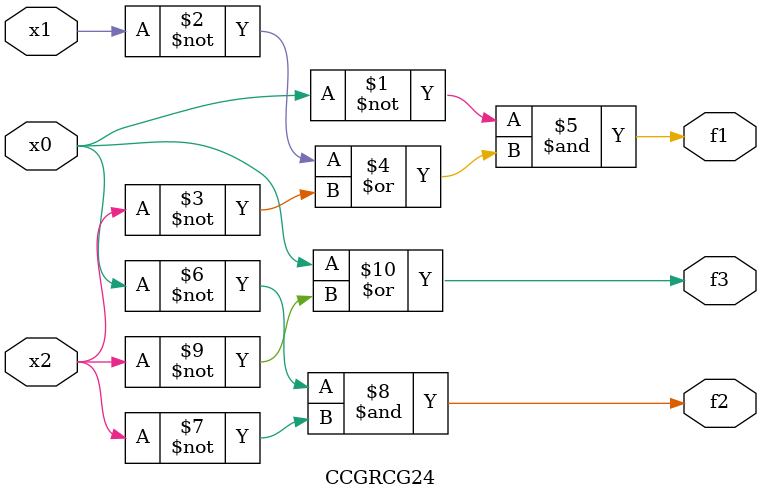
<source format=v>

module CCGRCG24 ( 
    x0, x1, x2,
    f1, f2, f3  );
  input  x0, x1, x2;
  output f1, f2, f3;
  assign f1 = ~x0 & (~x1 | ~x2);
  assign f2 = ~x0 & ~x2;
  assign f3 = x0 | ~x2;
endmodule



</source>
